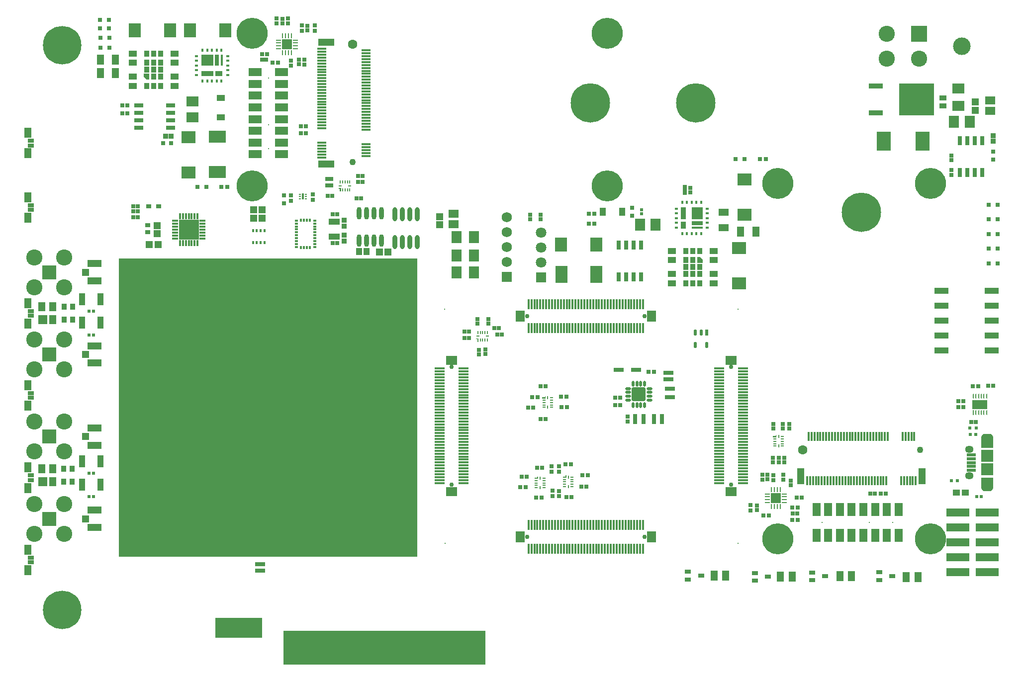
<source format=gts>
G04*
G04 #@! TF.GenerationSoftware,Altium Limited,Altium Designer,24.4.1 (13)*
G04*
G04 Layer_Color=8388736*
%FSLAX44Y44*%
%MOMM*%
G71*
G04*
G04 #@! TF.SameCoordinates,54A0BAA1-6D0C-43F7-A8F5-CCA505531DDE*
G04*
G04*
G04 #@! TF.FilePolarity,Negative*
G04*
G01*
G75*
%ADD47R,0.5321X1.0383*%
G04:AMPARAMS|DCode=48|XSize=1.0383mm|YSize=0.5321mm|CornerRadius=0.2661mm|HoleSize=0mm|Usage=FLASHONLY|Rotation=270.000|XOffset=0mm|YOffset=0mm|HoleType=Round|Shape=RoundedRectangle|*
%AMROUNDEDRECTD48*
21,1,1.0383,0.0000,0,0,270.0*
21,1,0.5061,0.5321,0,0,270.0*
1,1,0.5321,0.0000,-0.2531*
1,1,0.5321,0.0000,0.2531*
1,1,0.5321,0.0000,0.2531*
1,1,0.5321,0.0000,-0.2531*
%
%ADD48ROUNDEDRECTD48*%
%ADD54R,0.3500X0.5000*%
%ADD59R,0.9000X0.7500*%
%ADD63R,0.9000X0.8000*%
%ADD70R,1.1546X1.7062*%
%ADD71R,1.1000X1.3500*%
%ADD72R,1.9900X2.3300*%
%ADD73R,0.7393X0.6725*%
%ADD75R,0.9000X1.0000*%
%ADD76C,0.7413*%
%ADD77R,1.4000X1.0000*%
G04:AMPARAMS|DCode=78|XSize=1.55mm|YSize=0.6mm|CornerRadius=0.051mm|HoleSize=0mm|Usage=FLASHONLY|Rotation=90.000|XOffset=0mm|YOffset=0mm|HoleType=Round|Shape=RoundedRectangle|*
%AMROUNDEDRECTD78*
21,1,1.5500,0.4980,0,0,90.0*
21,1,1.4480,0.6000,0,0,90.0*
1,1,0.1020,0.2490,0.7240*
1,1,0.1020,0.2490,-0.7240*
1,1,0.1020,-0.2490,-0.7240*
1,1,0.1020,-0.2490,0.7240*
%
%ADD78ROUNDEDRECTD78*%
%ADD79R,0.6682X0.6725*%
%ADD80R,2.4000X3.3000*%
%ADD81R,0.5000X0.5000*%
%ADD82R,1.3061X1.0582*%
%ADD83R,0.4750X0.5000*%
%ADD84R,2.4400X1.1300*%
%ADD85R,0.2225X0.8397*%
G04:AMPARAMS|DCode=86|XSize=0.8397mm|YSize=0.2225mm|CornerRadius=0.1112mm|HoleSize=0mm|Usage=FLASHONLY|Rotation=90.000|XOffset=0mm|YOffset=0mm|HoleType=Round|Shape=RoundedRectangle|*
%AMROUNDEDRECTD86*
21,1,0.8397,0.0000,0,0,90.0*
21,1,0.6172,0.2225,0,0,90.0*
1,1,0.2225,0.0000,0.3086*
1,1,0.2225,0.0000,-0.3086*
1,1,0.2225,0.0000,-0.3086*
1,1,0.2225,0.0000,0.3086*
%
%ADD86ROUNDEDRECTD86*%
%ADD92R,1.9000X1.1000*%
%ADD93R,0.8890X1.2954*%
%ADD94R,0.8890X2.1082*%
%ADD95R,1.8796X2.1082*%
%ADD96R,1.8796X0.6604*%
%ADD97R,1.8796X0.3556*%
%ADD98R,0.3302X0.5080*%
%ADD99R,0.5080X0.3302*%
%ADD102R,5.9182X5.5118*%
%ADD103R,2.4892X0.9398*%
%ADD104R,3.0000X2.0000*%
%ADD105R,2.3300X1.9900*%
%ADD106R,0.3000X1.5500*%
%ADD107R,1.2000X2.7500*%
%ADD108R,0.8128X0.2540*%
%ADD109R,0.2540X0.8128*%
%ADD110R,1.8034X1.8034*%
%ADD111R,0.8000X0.8000*%
%ADD116R,0.5811X0.5121*%
G04:AMPARAMS|DCode=118|XSize=1.55mm|YSize=0.6mm|CornerRadius=0.051mm|HoleSize=0mm|Usage=FLASHONLY|Rotation=0.000|XOffset=0mm|YOffset=0mm|HoleType=Round|Shape=RoundedRectangle|*
%AMROUNDEDRECTD118*
21,1,1.5500,0.4980,0,0,0.0*
21,1,1.4480,0.6000,0,0,0.0*
1,1,0.1020,0.7240,-0.2490*
1,1,0.1020,-0.7240,-0.2490*
1,1,0.1020,-0.7240,0.2490*
1,1,0.1020,0.7240,0.2490*
%
%ADD118ROUNDEDRECTD118*%
%ADD120R,0.7000X0.7000*%
%ADD122R,0.7000X0.7000*%
%ADD125R,0.3700X0.2400*%
%ADD126R,0.4000X1.0800*%
%ADD131R,1.5500X0.3000*%
%ADD132R,2.7500X1.2000*%
%ADD133R,1.2954X0.8890*%
%ADD134R,2.1082X0.8890*%
%ADD135R,2.1082X1.8796*%
%ADD136R,0.6604X1.8796*%
%ADD137R,0.3556X1.8796*%
%ADD138R,0.7154X0.6725*%
%ADD139R,0.5121X0.5811*%
%ADD140R,1.7062X1.1546*%
%ADD141R,2.0000X3.0000*%
%ADD143R,1.3500X1.1000*%
%ADD144R,0.6725X0.7393*%
%ADD145R,0.6725X0.7154*%
%ADD148R,0.5250X0.4000*%
%ADD149R,0.5250X0.4000*%
%ADD150R,0.3000X0.5250*%
%ADD151R,0.3000X0.5250*%
%ADD152R,8.0000X3.4500*%
%ADD153R,34.4000X5.8500*%
%ADD154R,1.7531X0.4531*%
%ADD155R,1.9032X1.5532*%
%ADD156R,1.5532X1.9032*%
%ADD157R,0.4531X1.7531*%
%ADD158R,1.6532X1.3532*%
%ADD159R,1.1032X0.7032*%
%ADD160R,1.2032X0.9232*%
%ADD161R,0.9144X4.3942*%
%ADD162R,0.9144X3.4036*%
%ADD163R,1.1532X1.6532*%
%ADD164R,0.8532X0.8032*%
%ADD165R,1.0032X1.1532*%
%ADD166O,0.8032X2.4032*%
%ADD167O,0.8032X2.1032*%
%ADD168R,2.0032X0.4532*%
%ADD169R,1.2032X1.6032*%
%ADD170R,1.6032X1.6032*%
%ADD171R,1.3232X2.3082*%
%ADD172R,1.2532X1.2032*%
%ADD173R,2.4032X1.2532*%
%ADD174R,0.9032X1.1032*%
%ADD175R,1.1532X1.1532*%
%ADD176R,1.1032X0.4632*%
%ADD177R,0.4632X1.1032*%
%ADD178R,3.4532X3.4532*%
%ADD179R,1.0532X0.5032*%
%ADD180R,1.6532X2.1032*%
%ADD181R,1.7032X2.0532*%
%ADD182R,2.5500X1.6500*%
%ADD183R,0.6532X0.6532*%
%ADD184R,0.9232X0.9232*%
%ADD185R,3.8832X1.4732*%
G04:AMPARAMS|DCode=186|XSize=0.5032mm|YSize=0.9532mm|CornerRadius=0.1511mm|HoleSize=0mm|Usage=FLASHONLY|Rotation=180.000|XOffset=0mm|YOffset=0mm|HoleType=Round|Shape=RoundedRectangle|*
%AMROUNDEDRECTD186*
21,1,0.5032,0.6510,0,0,180.0*
21,1,0.2010,0.9532,0,0,180.0*
1,1,0.3022,-0.1005,0.3255*
1,1,0.3022,0.1005,0.3255*
1,1,0.3022,0.1005,-0.3255*
1,1,0.3022,-0.1005,-0.3255*
%
%ADD186ROUNDEDRECTD186*%
G04:AMPARAMS|DCode=187|XSize=0.5032mm|YSize=0.9532mm|CornerRadius=0.1511mm|HoleSize=0mm|Usage=FLASHONLY|Rotation=90.000|XOffset=0mm|YOffset=0mm|HoleType=Round|Shape=RoundedRectangle|*
%AMROUNDEDRECTD187*
21,1,0.5032,0.6510,0,0,90.0*
21,1,0.2010,0.9532,0,0,90.0*
1,1,0.3022,0.3255,0.1005*
1,1,0.3022,0.3255,-0.1005*
1,1,0.3022,-0.3255,-0.1005*
1,1,0.3022,-0.3255,0.1005*
%
%ADD187ROUNDEDRECTD187*%
G04:AMPARAMS|DCode=188|XSize=2.3032mm|YSize=2.3032mm|CornerRadius=0.1541mm|HoleSize=0mm|Usage=FLASHONLY|Rotation=90.000|XOffset=0mm|YOffset=0mm|HoleType=Round|Shape=RoundedRectangle|*
%AMROUNDEDRECTD188*
21,1,2.3032,1.9950,0,0,90.0*
21,1,1.9950,2.3032,0,0,90.0*
1,1,0.3082,0.9975,0.9975*
1,1,0.3082,0.9975,-0.9975*
1,1,0.3082,-0.9975,-0.9975*
1,1,0.3082,-0.9975,0.9975*
%
%ADD188ROUNDEDRECTD188*%
%ADD189R,2.1032X2.0032*%
%ADD190R,1.5532X0.6032*%
%ADD191C,0.1800*%
%ADD192R,0.6000X0.2000*%
%ADD193R,0.2000X0.6000*%
%ADD194R,1.0032X0.7032*%
%ADD195R,1.2032X1.7032*%
%ADD196R,0.6532X0.6532*%
%ADD197R,0.7532X0.7532*%
%ADD198R,0.8032X0.8532*%
%ADD199R,0.8832X0.8432*%
%ADD200R,1.2532X1.3032*%
%ADD201R,0.8432X0.8832*%
%ADD202R,1.3032X1.2532*%
%ADD203R,2.3082X1.3232*%
%ADD204R,0.7032X0.6532*%
%ADD205R,0.6000X0.2000*%
%ADD206R,0.2000X0.6000*%
%ADD207R,0.6532X0.7032*%
%ADD208R,0.7532X0.7532*%
%ADD209R,2.0532X1.7032*%
%ADD210R,2.1032X1.6532*%
%ADD211R,2.1032X1.7782*%
%ADD212R,2.4532X2.4532*%
%ADD213C,2.7532*%
%ADD214C,0.7534*%
%ADD215C,6.2992*%
%ADD216C,2.7432*%
%ADD217C,0.2032*%
%ADD218C,2.7500*%
%ADD219R,2.7500X2.7500*%
%ADD220C,2.9972*%
%ADD221C,1.7532*%
%ADD222R,1.7532X1.7532*%
%ADD223C,1.8032*%
%ADD224R,1.8032X1.8032*%
%ADD225O,2.1032X1.4032*%
%ADD226O,1.4532X1.2532*%
%ADD227C,1.1000*%
%ADD228C,1.6000*%
%ADD229C,6.7032*%
%ADD230C,6.5532*%
%ADD231R,0.2032X0.2032*%
%ADD232C,5.2832*%
G36*
X223500Y998000D02*
X219000D01*
X214500Y1002500D01*
Y1008000D01*
X223500D01*
Y998000D01*
D02*
G37*
G36*
X550000Y807500D02*
X548000D01*
Y812000D01*
X546000D01*
Y813500D01*
X550000D01*
Y807500D01*
D02*
G37*
G36*
X1165500Y691500D02*
Y686000D01*
X1156500D01*
Y696000D01*
X1161000D01*
X1165500Y691500D01*
D02*
G37*
G36*
X784000Y551500D02*
X782000D01*
Y556000D01*
X780000D01*
Y557500D01*
X784000D01*
Y551500D01*
D02*
G37*
G36*
X898500Y455000D02*
X892500D01*
Y457000D01*
X897000D01*
Y459000D01*
X898500D01*
Y455000D01*
D02*
G37*
G36*
X1291500Y389000D02*
X1285500D01*
Y391000D01*
X1290000D01*
Y393000D01*
X1291500D01*
Y389000D01*
D02*
G37*
G36*
X933500Y320000D02*
X927500D01*
Y322000D01*
X932000D01*
Y324000D01*
X933500D01*
Y320000D01*
D02*
G37*
G36*
X885500Y318000D02*
X879500D01*
Y320000D01*
X884000D01*
Y322000D01*
X885500D01*
Y318000D01*
D02*
G37*
G36*
X679500Y185500D02*
X172000D01*
Y693000D01*
X679500D01*
Y185500D01*
D02*
G37*
D47*
X1172383Y567662D02*
D03*
D48*
X1153382D02*
D03*
X1172383Y546338D02*
D03*
X1153382D02*
D03*
X1162883Y567662D02*
D03*
D54*
X413071Y720741D02*
D03*
X419571D02*
D03*
Y741241D02*
D03*
X413071D02*
D03*
X406571D02*
D03*
X400071D02*
D03*
X406571Y720741D02*
D03*
X400071D02*
D03*
D59*
X220853Y738025D02*
D03*
Y750025D02*
D03*
D63*
X239853Y782525D02*
D03*
X222853D02*
D03*
D70*
X1230484Y739000D02*
D03*
X1256000D02*
D03*
X140242Y1009000D02*
D03*
X165758D02*
D03*
X140242Y1032000D02*
D03*
X165758D02*
D03*
D71*
X1028500Y773000D02*
D03*
X995500D02*
D03*
D72*
X924800Y717000D02*
D03*
X985000D02*
D03*
X353100Y1082000D02*
D03*
X292900D02*
D03*
X259100Y1082000D02*
D03*
X198900D02*
D03*
D73*
X981027Y769500D02*
D03*
X971695D02*
D03*
D75*
X1137000Y691000D02*
D03*
X1149000D02*
D03*
X1137000Y667000D02*
D03*
X1149000D02*
D03*
X1161000D02*
D03*
X1137000Y679000D02*
D03*
X1149000D02*
D03*
X1161000D02*
D03*
Y651500D02*
D03*
X1149000D02*
D03*
X1137000D02*
D03*
Y706500D02*
D03*
X1149000D02*
D03*
X1161000D02*
D03*
X243000Y1003000D02*
D03*
Y1027000D02*
D03*
X231000D02*
D03*
X219000D02*
D03*
X243000Y1015000D02*
D03*
X219000D02*
D03*
Y1042500D02*
D03*
X231000D02*
D03*
X243000D02*
D03*
Y987500D02*
D03*
X231000D02*
D03*
X219000D02*
D03*
X231000Y1015000D02*
D03*
Y1003000D02*
D03*
D76*
X1160620Y690556D02*
D03*
X219380Y1003444D02*
D03*
D77*
X1113500Y651500D02*
D03*
Y667000D02*
D03*
Y691000D02*
D03*
Y706500D02*
D03*
X1184500Y667000D02*
D03*
Y651500D02*
D03*
Y691000D02*
D03*
Y706500D02*
D03*
X266500Y1042500D02*
D03*
Y1027000D02*
D03*
Y1003000D02*
D03*
Y987500D02*
D03*
X195500Y1027000D02*
D03*
Y1042500D02*
D03*
Y1003000D02*
D03*
Y987500D02*
D03*
D78*
X1022630Y662000D02*
D03*
X1035330D02*
D03*
X1060730Y716000D02*
D03*
X1048030D02*
D03*
X1035330D02*
D03*
X1022630D02*
D03*
X1048030Y662000D02*
D03*
X1060730D02*
D03*
X1642050Y840000D02*
D03*
X1629350D02*
D03*
X1603950Y894000D02*
D03*
X1616650D02*
D03*
X1629350D02*
D03*
X1642050D02*
D03*
X1616650Y840000D02*
D03*
X1603950D02*
D03*
D79*
X1262979Y863000D02*
D03*
X1273021D02*
D03*
X356021Y815000D02*
D03*
X345979D02*
D03*
D80*
X1474000Y893000D02*
D03*
X1540000D02*
D03*
D81*
X1631000Y394000D02*
D03*
X1621000D02*
D03*
X1589000Y315000D02*
D03*
X1599000D02*
D03*
D82*
X1597239Y295000D02*
D03*
X1612761D02*
D03*
D83*
X1620875Y405000D02*
D03*
X1631125D02*
D03*
D84*
X1658000Y536700D02*
D03*
Y562100D02*
D03*
Y587500D02*
D03*
Y612900D02*
D03*
Y638300D02*
D03*
X1572000D02*
D03*
Y612900D02*
D03*
Y587500D02*
D03*
Y562100D02*
D03*
Y536700D02*
D03*
D85*
X1626500Y430690D02*
D03*
D86*
X1631000D02*
D03*
X1635500D02*
D03*
X1640000D02*
D03*
X1644500D02*
D03*
X1649000D02*
D03*
Y459000D02*
D03*
X1644500D02*
D03*
X1640000D02*
D03*
X1635500D02*
D03*
X1631000D02*
D03*
X1626500D02*
D03*
D92*
X538591Y756000D02*
D03*
Y731000D02*
D03*
D93*
X1133000Y750250D02*
D03*
D94*
Y770250D02*
D03*
D95*
X1156100D02*
D03*
D96*
Y753650D02*
D03*
D97*
Y745550D02*
D03*
D98*
X1163000Y735834D02*
D03*
X1155000D02*
D03*
X1147000D02*
D03*
X1139000D02*
D03*
X1131000D02*
D03*
Y788666D02*
D03*
X1139000D02*
D03*
X1147000D02*
D03*
X1155000D02*
D03*
X1163000D02*
D03*
X346416Y995584D02*
D03*
X338416D02*
D03*
X330416D02*
D03*
X322416D02*
D03*
X314416D02*
D03*
Y1048416D02*
D03*
X322416D02*
D03*
X330416D02*
D03*
X338416D02*
D03*
X346416D02*
D03*
D99*
X1120584Y746250D02*
D03*
Y754250D02*
D03*
Y762250D02*
D03*
Y770250D02*
D03*
Y778250D02*
D03*
X1173416D02*
D03*
Y770250D02*
D03*
Y762250D02*
D03*
Y754250D02*
D03*
Y746250D02*
D03*
X356832Y1038000D02*
D03*
Y1030000D02*
D03*
Y1022000D02*
D03*
Y1014000D02*
D03*
Y1006000D02*
D03*
X304000D02*
D03*
Y1014000D02*
D03*
Y1022000D02*
D03*
Y1030000D02*
D03*
Y1038000D02*
D03*
D102*
X1529653Y964000D02*
D03*
D103*
X1460438Y941140D02*
D03*
Y986860D02*
D03*
D104*
X339124Y840590D02*
D03*
Y900590D02*
D03*
D105*
X1228000Y650900D02*
D03*
Y711100D02*
D03*
X1237000Y767900D02*
D03*
Y828100D02*
D03*
X290000Y900100D02*
D03*
Y839900D02*
D03*
D106*
X1528500Y315000D02*
D03*
X1523500D02*
D03*
X1518500D02*
D03*
X1513500D02*
D03*
X1508500D02*
D03*
X1503500D02*
D03*
X1526000Y390500D02*
D03*
X1521000D02*
D03*
X1516000D02*
D03*
X1511000D02*
D03*
X1506000D02*
D03*
X1478500Y315000D02*
D03*
X1476000Y390500D02*
D03*
X1473500Y315000D02*
D03*
X1471000Y390500D02*
D03*
X1468500Y315000D02*
D03*
X1466000Y390500D02*
D03*
X1463500Y315000D02*
D03*
X1461000Y390500D02*
D03*
X1458500Y315000D02*
D03*
X1456000Y390500D02*
D03*
X1453500Y315000D02*
D03*
X1451000Y390500D02*
D03*
X1448500Y315000D02*
D03*
X1446000Y390500D02*
D03*
X1443500Y315000D02*
D03*
X1441000Y390500D02*
D03*
X1438500Y315000D02*
D03*
X1436000Y390500D02*
D03*
X1433500Y315000D02*
D03*
X1431000Y390500D02*
D03*
X1428500Y315000D02*
D03*
X1426000Y390500D02*
D03*
X1423500Y315000D02*
D03*
X1421000Y390500D02*
D03*
X1418500Y315000D02*
D03*
X1416000Y390500D02*
D03*
X1413500Y315000D02*
D03*
X1411000Y390500D02*
D03*
X1408500Y315000D02*
D03*
X1406000Y390500D02*
D03*
X1403500Y315000D02*
D03*
X1401000Y390500D02*
D03*
X1398500Y315000D02*
D03*
X1396000Y390500D02*
D03*
X1393500Y315000D02*
D03*
X1391000Y390500D02*
D03*
X1388500Y315000D02*
D03*
X1386000Y390500D02*
D03*
X1383500Y315000D02*
D03*
X1381000Y390500D02*
D03*
X1378500Y315000D02*
D03*
X1376000Y390500D02*
D03*
X1373500Y315000D02*
D03*
X1371000Y390500D02*
D03*
X1368500Y315000D02*
D03*
X1366000Y390500D02*
D03*
X1363500Y315000D02*
D03*
X1361000Y390500D02*
D03*
X1358500Y315000D02*
D03*
X1356000Y390500D02*
D03*
X1353500Y315000D02*
D03*
X1351000Y390500D02*
D03*
X1348500Y315000D02*
D03*
X1346000Y390500D02*
D03*
X1343500Y315000D02*
D03*
X1481000Y390500D02*
D03*
D107*
X1539500Y322750D02*
D03*
X1332500D02*
D03*
D108*
X443522Y1065500D02*
D03*
Y1060500D02*
D03*
Y1055500D02*
D03*
Y1050500D02*
D03*
X472478D02*
D03*
Y1055500D02*
D03*
Y1060500D02*
D03*
Y1065500D02*
D03*
X1304478Y292500D02*
D03*
Y287500D02*
D03*
Y282500D02*
D03*
Y277500D02*
D03*
X1275522D02*
D03*
Y282500D02*
D03*
Y287500D02*
D03*
Y292500D02*
D03*
D109*
X450500Y1043522D02*
D03*
X455500D02*
D03*
X460500D02*
D03*
X465500D02*
D03*
Y1072478D02*
D03*
X460500D02*
D03*
X455500D02*
D03*
X450500D02*
D03*
X1282500Y299478D02*
D03*
X1287500D02*
D03*
X1292500D02*
D03*
X1297500D02*
D03*
Y270522D02*
D03*
X1292500D02*
D03*
X1287500D02*
D03*
X1282500D02*
D03*
D110*
X458000Y1058000D02*
D03*
X1290000Y285000D02*
D03*
D111*
X1652500Y785000D02*
D03*
X1667500D02*
D03*
Y735000D02*
D03*
X1652500D02*
D03*
X1667500Y710000D02*
D03*
X1652500D02*
D03*
X1667500Y685000D02*
D03*
X1652500D02*
D03*
X140000Y1100000D02*
D03*
X155000D02*
D03*
X1652500Y760000D02*
D03*
X1667500D02*
D03*
X1237000Y863000D02*
D03*
X1222000D02*
D03*
X305500Y815000D02*
D03*
X320500D02*
D03*
X155500Y1052000D02*
D03*
X140500D02*
D03*
X155500Y1069500D02*
D03*
X140500D02*
D03*
X155000Y1085000D02*
D03*
X140000D02*
D03*
D116*
X121345Y328000D02*
D03*
X128655D02*
D03*
Y563000D02*
D03*
X121345D02*
D03*
X128655Y288000D02*
D03*
X121345D02*
D03*
X128655Y604000D02*
D03*
X121345D02*
D03*
X1639655Y288000D02*
D03*
X1632345D02*
D03*
D118*
X205500Y954050D02*
D03*
Y941350D02*
D03*
X259500Y915950D02*
D03*
Y928650D02*
D03*
Y941350D02*
D03*
X205500Y928650D02*
D03*
Y915950D02*
D03*
X259500Y954050D02*
D03*
D120*
X247000Y890000D02*
D03*
X261000D02*
D03*
D122*
X1660000Y861870D02*
D03*
Y875870D02*
D03*
X1046000Y766000D02*
D03*
Y780000D02*
D03*
X453000Y787000D02*
D03*
Y801000D02*
D03*
D125*
X479850Y803026D02*
D03*
Y799026D02*
D03*
Y795026D02*
D03*
X490150D02*
D03*
Y799026D02*
D03*
Y803026D02*
D03*
D126*
X485000Y799026D02*
D03*
D131*
X592750Y913000D02*
D03*
X517250Y1050500D02*
D03*
X592750Y1048000D02*
D03*
X517250Y1045500D02*
D03*
X592750Y1043000D02*
D03*
X517250Y1040500D02*
D03*
X592750Y1038000D02*
D03*
X517250Y1035500D02*
D03*
X592750Y1033000D02*
D03*
X517250Y1030500D02*
D03*
X592750Y1028000D02*
D03*
X517250Y1025500D02*
D03*
X592750Y1023000D02*
D03*
X517250Y1020500D02*
D03*
X592750Y1018000D02*
D03*
X517250Y1015500D02*
D03*
X592750Y1013000D02*
D03*
X517250Y1010500D02*
D03*
X592750Y1008000D02*
D03*
X517250Y1005500D02*
D03*
X592750Y1003000D02*
D03*
X517250Y1000500D02*
D03*
X592750Y998000D02*
D03*
X517250Y995500D02*
D03*
X592750Y993000D02*
D03*
X517250Y990500D02*
D03*
X592750Y988000D02*
D03*
X517250Y985500D02*
D03*
X592750Y983000D02*
D03*
X517250Y980500D02*
D03*
X592750Y978000D02*
D03*
X517250Y975500D02*
D03*
X592750Y973000D02*
D03*
X517250Y970500D02*
D03*
X592750Y968000D02*
D03*
X517250Y965500D02*
D03*
X592750Y963000D02*
D03*
X517250Y960500D02*
D03*
X592750Y958000D02*
D03*
X517250Y955500D02*
D03*
X592750Y953000D02*
D03*
X517250Y950500D02*
D03*
X592750Y948000D02*
D03*
X517250Y945500D02*
D03*
X592750Y943000D02*
D03*
X517250Y940500D02*
D03*
X592750Y938000D02*
D03*
X517250Y935500D02*
D03*
X592750Y933000D02*
D03*
X517250Y930500D02*
D03*
X592750Y928000D02*
D03*
X517250Y925500D02*
D03*
X592750Y923000D02*
D03*
X517250Y920500D02*
D03*
X592750Y918000D02*
D03*
X517250Y915500D02*
D03*
X592750Y888000D02*
D03*
Y883000D02*
D03*
Y878000D02*
D03*
Y873000D02*
D03*
Y868000D02*
D03*
X517250Y890500D02*
D03*
Y885500D02*
D03*
Y880500D02*
D03*
Y875500D02*
D03*
Y870500D02*
D03*
Y865500D02*
D03*
D132*
X525000Y1061500D02*
D03*
Y854500D02*
D03*
D133*
X342416Y1008000D02*
D03*
D134*
X322416D02*
D03*
D135*
Y1031100D02*
D03*
D136*
X339016D02*
D03*
D137*
X347116D02*
D03*
D138*
X981146Y752500D02*
D03*
X971575D02*
D03*
D139*
X1062000Y769345D02*
D03*
Y776655D02*
D03*
D140*
X1201000Y771758D02*
D03*
Y746242D02*
D03*
D141*
X925000Y666000D02*
D03*
X985000D02*
D03*
D143*
X345000Y966500D02*
D03*
Y933500D02*
D03*
D144*
X502000Y802666D02*
D03*
Y793334D02*
D03*
D145*
X465000Y791214D02*
D03*
Y800786D02*
D03*
D148*
X473966Y758000D02*
D03*
X473966Y748000D02*
D03*
X473966Y738000D02*
D03*
Y733000D02*
D03*
X473966Y723000D02*
D03*
X473966Y713000D02*
D03*
X505216Y758000D02*
D03*
X505216Y748000D02*
D03*
X505216Y738000D02*
D03*
Y733000D02*
D03*
X505216Y723000D02*
D03*
X505216Y713000D02*
D03*
D149*
X473966Y753000D02*
D03*
Y743000D02*
D03*
Y728000D02*
D03*
Y718000D02*
D03*
X505216Y753000D02*
D03*
Y743000D02*
D03*
Y728000D02*
D03*
Y718000D02*
D03*
D150*
X497091Y758625D02*
D03*
X482091D02*
D03*
Y712375D02*
D03*
X497091D02*
D03*
D151*
X492091Y758625D02*
D03*
X487091D02*
D03*
X487091Y712375D02*
D03*
X492091D02*
D03*
D152*
X376000Y64626D02*
D03*
D153*
X624000Y30626D02*
D03*
D154*
X1234624Y315932D02*
D03*
X1194126Y450930D02*
D03*
Y315932D02*
D03*
Y310930D02*
D03*
X1234624D02*
D03*
Y335932D02*
D03*
Y360930D02*
D03*
Y385932D02*
D03*
Y410930D02*
D03*
Y435931D02*
D03*
Y460930D02*
D03*
Y485931D02*
D03*
X1194126Y335932D02*
D03*
Y360930D02*
D03*
Y385932D02*
D03*
Y410930D02*
D03*
Y435931D02*
D03*
Y460930D02*
D03*
Y485931D02*
D03*
Y320930D02*
D03*
X1234624D02*
D03*
X1194126Y455931D02*
D03*
X1234624Y420930D02*
D03*
Y405932D02*
D03*
X1194126Y465931D02*
D03*
X1234624Y505931D02*
D03*
X1194126Y480930D02*
D03*
Y505931D02*
D03*
Y490930D02*
D03*
X1234624Y390930D02*
D03*
Y425932D02*
D03*
Y500930D02*
D03*
X1194126Y495931D02*
D03*
X1234624Y395932D02*
D03*
Y480930D02*
D03*
Y465931D02*
D03*
Y490930D02*
D03*
Y415932D02*
D03*
Y400930D02*
D03*
Y430930D02*
D03*
Y445931D02*
D03*
Y450930D02*
D03*
Y475931D02*
D03*
Y440930D02*
D03*
X1194126Y500930D02*
D03*
X1234624Y495931D02*
D03*
X1194126Y475931D02*
D03*
X1234624Y375932D02*
D03*
Y380930D02*
D03*
Y470930D02*
D03*
Y455931D02*
D03*
X1194126Y440930D02*
D03*
Y445931D02*
D03*
X1234624Y345932D02*
D03*
X1194126Y405932D02*
D03*
Y395932D02*
D03*
X1234624Y330930D02*
D03*
X1194126Y420930D02*
D03*
Y380930D02*
D03*
Y370930D02*
D03*
Y350930D02*
D03*
X1234624Y340930D02*
D03*
Y365932D02*
D03*
X1194126Y415932D02*
D03*
Y470930D02*
D03*
Y340930D02*
D03*
Y330930D02*
D03*
X1234624Y325932D02*
D03*
Y355932D02*
D03*
Y370930D02*
D03*
Y350930D02*
D03*
X1194126Y390930D02*
D03*
Y400930D02*
D03*
Y345932D02*
D03*
Y375932D02*
D03*
Y355932D02*
D03*
Y325932D02*
D03*
Y365932D02*
D03*
Y430930D02*
D03*
Y425932D02*
D03*
X717899Y500955D02*
D03*
X758397Y365956D02*
D03*
Y500955D02*
D03*
Y505956D02*
D03*
X717899D02*
D03*
Y480955D02*
D03*
Y455956D02*
D03*
Y430955D02*
D03*
Y405956D02*
D03*
Y380955D02*
D03*
Y355956D02*
D03*
Y330955D02*
D03*
X758397Y480955D02*
D03*
Y455956D02*
D03*
Y430955D02*
D03*
Y405956D02*
D03*
Y380955D02*
D03*
Y355956D02*
D03*
Y330955D02*
D03*
Y495956D02*
D03*
X717899D02*
D03*
X758397Y360955D02*
D03*
X717899Y395956D02*
D03*
Y410955D02*
D03*
X758397Y350955D02*
D03*
X717899Y310955D02*
D03*
X758397Y335956D02*
D03*
Y310955D02*
D03*
Y325956D02*
D03*
X717899Y425956D02*
D03*
Y390955D02*
D03*
Y315956D02*
D03*
X758397Y320955D02*
D03*
X717899Y420955D02*
D03*
Y335956D02*
D03*
Y350955D02*
D03*
Y325956D02*
D03*
Y400955D02*
D03*
Y415956D02*
D03*
Y385956D02*
D03*
Y370955D02*
D03*
Y365956D02*
D03*
Y340955D02*
D03*
Y375956D02*
D03*
X758397Y315956D02*
D03*
X717899Y320955D02*
D03*
X758397Y340955D02*
D03*
X717899Y440955D02*
D03*
Y435956D02*
D03*
Y345956D02*
D03*
Y360955D02*
D03*
X758397Y375956D02*
D03*
Y370955D02*
D03*
X717899Y470955D02*
D03*
X758397Y410955D02*
D03*
Y420955D02*
D03*
X717899Y485956D02*
D03*
X758397Y395956D02*
D03*
Y435956D02*
D03*
Y445956D02*
D03*
Y465956D02*
D03*
X717899Y475956D02*
D03*
Y450955D02*
D03*
X758397Y400955D02*
D03*
Y345956D02*
D03*
Y475956D02*
D03*
Y485956D02*
D03*
X717899Y490955D02*
D03*
Y460955D02*
D03*
Y445956D02*
D03*
Y465956D02*
D03*
X758397Y425956D02*
D03*
Y415956D02*
D03*
Y470955D02*
D03*
Y440955D02*
D03*
Y460955D02*
D03*
Y490955D02*
D03*
Y450955D02*
D03*
Y385956D02*
D03*
Y390955D02*
D03*
D155*
X1214261Y296693D02*
D03*
Y520193D02*
D03*
X738261D02*
D03*
Y296693D02*
D03*
D156*
X855011Y595193D02*
D03*
X1078511D02*
D03*
Y219193D02*
D03*
X855011D02*
D03*
D157*
X949273Y575058D02*
D03*
X944274D02*
D03*
X1009273D02*
D03*
X1049273D02*
D03*
X1019273D02*
D03*
X999273D02*
D03*
X1029273D02*
D03*
X974274D02*
D03*
X984274D02*
D03*
X1024274Y615556D02*
D03*
X1004274D02*
D03*
X1019273D02*
D03*
X1049273D02*
D03*
X1044274Y575058D02*
D03*
X1034274D02*
D03*
X904275D02*
D03*
X959273D02*
D03*
X1009273Y615556D02*
D03*
X1034274D02*
D03*
X1024274Y575058D02*
D03*
X1004274D02*
D03*
X994274D02*
D03*
X954274D02*
D03*
X1044274Y615556D02*
D03*
X979273Y575058D02*
D03*
X969273D02*
D03*
X1029273Y615556D02*
D03*
X929273Y575058D02*
D03*
X934274D02*
D03*
X919273Y615556D02*
D03*
X904275D02*
D03*
X994274D02*
D03*
X999273D02*
D03*
X899273Y575058D02*
D03*
X879273Y615556D02*
D03*
X874275Y575058D02*
D03*
X934274Y615556D02*
D03*
X899273D02*
D03*
X924274D02*
D03*
X929273D02*
D03*
X944274D02*
D03*
X974274D02*
D03*
X959273D02*
D03*
X884275D02*
D03*
X909273D02*
D03*
X894275D02*
D03*
X979273D02*
D03*
X879273Y575058D02*
D03*
X874275Y615556D02*
D03*
X949273D02*
D03*
X984274D02*
D03*
X884275Y575058D02*
D03*
X869273D02*
D03*
X894275D02*
D03*
X869273Y615556D02*
D03*
X909273Y575058D02*
D03*
X969273Y615556D02*
D03*
X954274D02*
D03*
X919273Y575058D02*
D03*
X1054274Y615556D02*
D03*
Y575058D02*
D03*
X889273D02*
D03*
X914274D02*
D03*
X939273D02*
D03*
X964274D02*
D03*
X989273D02*
D03*
X1014274D02*
D03*
X1039273D02*
D03*
X889273Y615556D02*
D03*
X914274D02*
D03*
X939273D02*
D03*
X964274D02*
D03*
X989273D02*
D03*
X1014274D02*
D03*
X1039273D02*
D03*
X1064274D02*
D03*
Y575058D02*
D03*
X1059273D02*
D03*
X924274D02*
D03*
X1059273Y615556D02*
D03*
X984249Y239329D02*
D03*
X989248D02*
D03*
X924250D02*
D03*
X884250D02*
D03*
X914250D02*
D03*
X934250D02*
D03*
X904250D02*
D03*
X959248D02*
D03*
X949248D02*
D03*
X909248Y198831D02*
D03*
X929248D02*
D03*
X914250D02*
D03*
X884250D02*
D03*
X889249Y239329D02*
D03*
X899248D02*
D03*
X1029248D02*
D03*
X974250D02*
D03*
X924250Y198831D02*
D03*
X899248D02*
D03*
X909248Y239329D02*
D03*
X929248D02*
D03*
X939248D02*
D03*
X979248D02*
D03*
X889249Y198831D02*
D03*
X954250Y239329D02*
D03*
X964250D02*
D03*
X904250Y198831D02*
D03*
X1004249Y239329D02*
D03*
X999248D02*
D03*
X1014249Y198831D02*
D03*
X1029248D02*
D03*
X939248D02*
D03*
X934250D02*
D03*
X1034249Y239329D02*
D03*
X1054249Y198831D02*
D03*
X1059248Y239329D02*
D03*
X999248Y198831D02*
D03*
X1034249D02*
D03*
X1009248D02*
D03*
X1004249D02*
D03*
X989248D02*
D03*
X959248D02*
D03*
X974250D02*
D03*
X1049248D02*
D03*
X1024249D02*
D03*
X1039248D02*
D03*
X954250D02*
D03*
X1054249Y239329D02*
D03*
X1059248Y198831D02*
D03*
X984249D02*
D03*
X949248D02*
D03*
X1049248Y239329D02*
D03*
X1064249D02*
D03*
X1039248D02*
D03*
X1064249Y198831D02*
D03*
X1024249Y239329D02*
D03*
X964250Y198831D02*
D03*
X979248D02*
D03*
X1014249Y239329D02*
D03*
X879249Y198831D02*
D03*
Y239329D02*
D03*
X1044249D02*
D03*
X1019248D02*
D03*
X994249D02*
D03*
X969248D02*
D03*
X944250D02*
D03*
X919248D02*
D03*
X894250D02*
D03*
X1044249Y198831D02*
D03*
X1019248D02*
D03*
X994249D02*
D03*
X969248D02*
D03*
X944250D02*
D03*
X919248D02*
D03*
X894250D02*
D03*
X869249D02*
D03*
Y239329D02*
D03*
X874250D02*
D03*
X1009248D02*
D03*
X874250Y198831D02*
D03*
D158*
X741638Y751500D02*
D03*
Y769500D02*
D03*
X1655000Y963000D02*
D03*
Y945000D02*
D03*
D159*
X1351950Y158507D02*
D03*
Y145507D02*
D03*
X1374450Y152007D02*
D03*
X1163110Y153186D02*
D03*
X1140610Y146686D02*
D03*
Y159686D02*
D03*
X1276860Y151186D02*
D03*
X1254360Y144686D02*
D03*
Y157686D02*
D03*
X1488700Y152507D02*
D03*
X1466200Y146007D02*
D03*
Y159007D02*
D03*
D160*
X1575000Y953100D02*
D03*
Y966900D02*
D03*
D161*
X649000Y37376D02*
D03*
X629000D02*
D03*
X599000D02*
D03*
X719000D02*
D03*
X489000D02*
D03*
X519000D02*
D03*
X679000D02*
D03*
X689000D02*
D03*
X729000D02*
D03*
X759000D02*
D03*
X559000D02*
D03*
X509000D02*
D03*
X499000D02*
D03*
X769000D02*
D03*
X589000D02*
D03*
X539000D02*
D03*
X549000D02*
D03*
X609000D02*
D03*
X619000D02*
D03*
X659000D02*
D03*
X669000D02*
D03*
X699000D02*
D03*
X709000D02*
D03*
X739000D02*
D03*
X749000D02*
D03*
X639000D02*
D03*
X529000D02*
D03*
X459000D02*
D03*
X469000D02*
D03*
X479000D02*
D03*
X789000D02*
D03*
D162*
X779000Y42329D02*
D03*
D163*
X1419200Y152007D02*
D03*
X1399200D02*
D03*
X1297860Y151186D02*
D03*
X1317860D02*
D03*
X1184860Y153186D02*
D03*
X1204860D02*
D03*
X1512200Y151007D02*
D03*
X1532200D02*
D03*
D164*
X416250Y162000D02*
D03*
X407750D02*
D03*
X416250Y173000D02*
D03*
X407750D02*
D03*
X1056250Y504000D02*
D03*
X1047750D02*
D03*
X1105750Y472000D02*
D03*
X1114250D02*
D03*
X1105750Y457000D02*
D03*
X1114250D02*
D03*
X1102750Y499000D02*
D03*
X1111250D02*
D03*
X1102750Y488000D02*
D03*
X1111250D02*
D03*
X1027250Y504000D02*
D03*
X1018750D02*
D03*
D165*
X580750Y705000D02*
D03*
X593250D02*
D03*
D166*
X680050Y769000D02*
D03*
X667350D02*
D03*
X654650D02*
D03*
X641950D02*
D03*
X680050Y721000D02*
D03*
X667350D02*
D03*
X654650D02*
D03*
X641950D02*
D03*
D167*
X619050Y770500D02*
D03*
X606350D02*
D03*
X593650D02*
D03*
X580950D02*
D03*
X619050Y723500D02*
D03*
X606350D02*
D03*
X593650D02*
D03*
X580950D02*
D03*
D168*
X606350Y460913D02*
D03*
X646350D02*
D03*
Y455833D02*
D03*
X606350D02*
D03*
X646350Y450753D02*
D03*
X606350D02*
D03*
X646350Y445673D02*
D03*
X606350D02*
D03*
X646350Y440593D02*
D03*
X606350D02*
D03*
X646350Y435513D02*
D03*
X606350D02*
D03*
X646350Y430433D02*
D03*
X606350D02*
D03*
X646350Y425353D02*
D03*
X606350D02*
D03*
X646350Y420273D02*
D03*
X606350D02*
D03*
X646350Y415193D02*
D03*
X606350D02*
D03*
Y460913D02*
D03*
X646350D02*
D03*
Y455833D02*
D03*
X606350D02*
D03*
X646350Y450753D02*
D03*
X606350D02*
D03*
X646350Y445673D02*
D03*
X606350D02*
D03*
X646350Y440593D02*
D03*
X606350D02*
D03*
X646350Y435513D02*
D03*
X606350D02*
D03*
X646350Y430433D02*
D03*
X606350D02*
D03*
X646350Y425353D02*
D03*
X606350D02*
D03*
X646350Y420273D02*
D03*
X606350D02*
D03*
X646350Y415193D02*
D03*
X606350D02*
D03*
D169*
X40500Y335000D02*
D03*
X59500D02*
D03*
Y313000D02*
D03*
Y589000D02*
D03*
Y611000D02*
D03*
X40500D02*
D03*
D170*
X42500Y313000D02*
D03*
Y589000D02*
D03*
D171*
X1439376Y266000D02*
D03*
X1459376D02*
D03*
X1479376D02*
D03*
X1499376D02*
D03*
X1439376Y221550D02*
D03*
X1479376D02*
D03*
X1459376D02*
D03*
X1499376D02*
D03*
X1359376Y266000D02*
D03*
X1459376D02*
D03*
X1479376D02*
D03*
X1499376D02*
D03*
X1439376Y221550D02*
D03*
X1479376D02*
D03*
X1459376D02*
D03*
X1499376D02*
D03*
X1359376D02*
D03*
X1419376D02*
D03*
X1399376D02*
D03*
X1379376D02*
D03*
X1439376Y266000D02*
D03*
X1419376D02*
D03*
X1399376D02*
D03*
X1379376D02*
D03*
D172*
X114750Y250000D02*
D03*
Y530000D02*
D03*
Y390000D02*
D03*
Y670000D02*
D03*
D173*
X130000Y235250D02*
D03*
Y264750D02*
D03*
Y515250D02*
D03*
Y544750D02*
D03*
Y404750D02*
D03*
Y375250D02*
D03*
Y684750D02*
D03*
Y655250D02*
D03*
D174*
X78000Y313000D02*
D03*
X92000D02*
D03*
X79000Y589000D02*
D03*
X93000D02*
D03*
X92000Y335000D02*
D03*
X78000D02*
D03*
X79000Y611000D02*
D03*
X93000D02*
D03*
D175*
X238353Y717525D02*
D03*
X223353D02*
D03*
D176*
X267603Y727525D02*
D03*
Y732525D02*
D03*
Y757525D02*
D03*
Y752525D02*
D03*
Y747525D02*
D03*
Y742525D02*
D03*
Y737525D02*
D03*
X314103Y727525D02*
D03*
Y732525D02*
D03*
Y737525D02*
D03*
Y742525D02*
D03*
Y747525D02*
D03*
Y752525D02*
D03*
Y757525D02*
D03*
D177*
X275853Y719275D02*
D03*
X280853D02*
D03*
X285853D02*
D03*
X290853D02*
D03*
X295853D02*
D03*
X300853D02*
D03*
X305853D02*
D03*
X305853Y765775D02*
D03*
X300853D02*
D03*
X295853D02*
D03*
X290853D02*
D03*
X285853D02*
D03*
X280853D02*
D03*
X275853D02*
D03*
D178*
X290853Y742525D02*
D03*
D179*
X140750Y300500D02*
D03*
Y305500D02*
D03*
Y310500D02*
D03*
Y315500D02*
D03*
X109250D02*
D03*
Y310500D02*
D03*
Y305500D02*
D03*
Y300500D02*
D03*
Y616500D02*
D03*
Y621500D02*
D03*
Y626500D02*
D03*
Y631500D02*
D03*
X140750D02*
D03*
Y626500D02*
D03*
Y621500D02*
D03*
Y616500D02*
D03*
Y576500D02*
D03*
Y581500D02*
D03*
Y586500D02*
D03*
Y591500D02*
D03*
X109250D02*
D03*
Y586500D02*
D03*
Y581500D02*
D03*
Y576500D02*
D03*
X140750Y340500D02*
D03*
Y345500D02*
D03*
Y350500D02*
D03*
Y355500D02*
D03*
X109250D02*
D03*
Y350500D02*
D03*
Y345500D02*
D03*
Y340500D02*
D03*
D180*
X746750Y669500D02*
D03*
X776250D02*
D03*
X746750Y729500D02*
D03*
X776250D02*
D03*
Y698500D02*
D03*
X746750D02*
D03*
D181*
X1058750Y751000D02*
D03*
X1085250D02*
D03*
X1593750Y926000D02*
D03*
X1620250D02*
D03*
D182*
X1637750Y444845D02*
D03*
D183*
X204353Y763525D02*
D03*
X196353D02*
D03*
X178000Y941000D02*
D03*
X186000D02*
D03*
X178000Y954000D02*
D03*
X186000D02*
D03*
X204353Y773525D02*
D03*
X196353D02*
D03*
X204353Y782525D02*
D03*
X196353D02*
D03*
X482000Y919000D02*
D03*
X490000D02*
D03*
X1459000Y293000D02*
D03*
X1451000D02*
D03*
X482000Y907000D02*
D03*
X490000D02*
D03*
X1469000Y293000D02*
D03*
X1477000D02*
D03*
X535591Y719500D02*
D03*
X543591D02*
D03*
X535591Y768500D02*
D03*
X543591D02*
D03*
D184*
X555591Y748400D02*
D03*
Y758600D02*
D03*
Y733600D02*
D03*
Y723400D02*
D03*
D185*
X1600250Y260800D02*
D03*
Y235400D02*
D03*
Y210000D02*
D03*
Y184600D02*
D03*
Y159200D02*
D03*
X1649750D02*
D03*
Y260800D02*
D03*
Y235400D02*
D03*
Y210000D02*
D03*
Y184600D02*
D03*
D186*
X1047250Y443750D02*
D03*
X1053750D02*
D03*
X1060250D02*
D03*
X1066750D02*
D03*
Y480250D02*
D03*
X1060250D02*
D03*
X1053750D02*
D03*
X1047250D02*
D03*
D187*
X1075250Y452250D02*
D03*
Y458750D02*
D03*
Y465250D02*
D03*
Y471750D02*
D03*
X1038750D02*
D03*
Y465250D02*
D03*
Y458750D02*
D03*
Y452250D02*
D03*
D188*
X1057000Y462000D02*
D03*
D189*
X1650000Y357250D02*
D03*
Y334250D02*
D03*
D190*
X1623250Y332750D02*
D03*
Y339250D02*
D03*
Y358750D02*
D03*
Y345750D02*
D03*
Y352250D02*
D03*
D191*
X549000Y812500D02*
D03*
X1290500Y390000D02*
D03*
X783000Y556500D02*
D03*
X897500Y456000D02*
D03*
X932500Y321000D02*
D03*
X884500Y319000D02*
D03*
D192*
X549000Y817000D02*
D03*
X565000D02*
D03*
X783000Y561000D02*
D03*
X799000D02*
D03*
D193*
X553000Y810500D02*
D03*
X557000D02*
D03*
X561000D02*
D03*
X565000D02*
D03*
Y823500D02*
D03*
X561000D02*
D03*
X557000D02*
D03*
X553000D02*
D03*
X549000D02*
D03*
X787000Y554500D02*
D03*
X791000D02*
D03*
X795000D02*
D03*
X799000D02*
D03*
Y567500D02*
D03*
X795000D02*
D03*
X791000D02*
D03*
X787000D02*
D03*
X783000D02*
D03*
D194*
X22000Y464000D02*
D03*
Y456000D02*
D03*
Y184000D02*
D03*
Y176000D02*
D03*
Y324000D02*
D03*
Y316000D02*
D03*
Y604000D02*
D03*
Y596000D02*
D03*
Y784000D02*
D03*
Y776000D02*
D03*
Y894000D02*
D03*
Y886000D02*
D03*
D195*
X17000Y477500D02*
D03*
Y442500D02*
D03*
Y197500D02*
D03*
Y162500D02*
D03*
Y337500D02*
D03*
Y302500D02*
D03*
Y617500D02*
D03*
Y582500D02*
D03*
Y797500D02*
D03*
Y762500D02*
D03*
Y907500D02*
D03*
Y872500D02*
D03*
D196*
X890000Y760000D02*
D03*
Y768000D02*
D03*
X872000Y760000D02*
D03*
Y768000D02*
D03*
X1589000Y861000D02*
D03*
Y869000D02*
D03*
Y844000D02*
D03*
Y836000D02*
D03*
X1145000Y806000D02*
D03*
Y814000D02*
D03*
D197*
X1267000Y325500D02*
D03*
Y316500D02*
D03*
X1038000Y424500D02*
D03*
Y415500D02*
D03*
X460000Y1102500D02*
D03*
Y1093500D02*
D03*
X1247000Y273500D02*
D03*
Y264500D02*
D03*
X1286000Y315500D02*
D03*
Y324500D02*
D03*
X1303000Y316500D02*
D03*
Y325500D02*
D03*
X440000Y1093500D02*
D03*
Y1102500D02*
D03*
X488000Y1032500D02*
D03*
Y1023500D02*
D03*
X483000Y1081500D02*
D03*
Y1090500D02*
D03*
X465000Y1030500D02*
D03*
Y1021500D02*
D03*
X505000Y1081500D02*
D03*
Y1090500D02*
D03*
X921000Y339500D02*
D03*
Y330500D02*
D03*
Y288500D02*
D03*
Y297500D02*
D03*
X908000Y339500D02*
D03*
Y330500D02*
D03*
X910000Y289000D02*
D03*
Y298000D02*
D03*
D198*
X1135000Y805750D02*
D03*
Y814250D02*
D03*
X1065000Y424250D02*
D03*
Y415750D02*
D03*
X1051000Y424250D02*
D03*
Y415750D02*
D03*
X1096000Y424250D02*
D03*
Y415750D02*
D03*
X1083000Y424250D02*
D03*
Y415750D02*
D03*
D199*
X260400Y902000D02*
D03*
X251600D02*
D03*
D200*
X615750Y704250D02*
D03*
X629750D02*
D03*
X401447Y761987D02*
D03*
X415448D02*
D03*
X401286Y776425D02*
D03*
X415286D02*
D03*
D201*
X1660000Y893600D02*
D03*
Y902400D02*
D03*
D202*
X237353Y749525D02*
D03*
Y735525D02*
D03*
X717827Y764735D02*
D03*
Y750735D02*
D03*
X1630000Y960000D02*
D03*
Y946000D02*
D03*
D203*
X448500Y990876D02*
D03*
Y970876D02*
D03*
Y950876D02*
D03*
Y930876D02*
D03*
X404050Y990876D02*
D03*
Y970876D02*
D03*
Y950876D02*
D03*
Y1010876D02*
D03*
Y870876D02*
D03*
Y910876D02*
D03*
Y890876D02*
D03*
Y930876D02*
D03*
X448500Y870876D02*
D03*
Y890876D02*
D03*
Y910876D02*
D03*
Y1010876D02*
D03*
Y930876D02*
D03*
Y910876D02*
D03*
Y890876D02*
D03*
Y870876D02*
D03*
X404050Y930876D02*
D03*
Y890876D02*
D03*
Y910876D02*
D03*
Y870876D02*
D03*
D204*
X415250Y1032000D02*
D03*
X422750D02*
D03*
X1319250Y259000D02*
D03*
X1326750D02*
D03*
X526250Y829000D02*
D03*
X533750D02*
D03*
X527250Y800000D02*
D03*
X534750D02*
D03*
X586750Y834000D02*
D03*
X579250D02*
D03*
X583750Y796000D02*
D03*
X576250D02*
D03*
X533750Y818000D02*
D03*
X526250D02*
D03*
X579250Y824000D02*
D03*
X586750D02*
D03*
X1623250Y415000D02*
D03*
X1630750D02*
D03*
X823750Y564000D02*
D03*
X816250D02*
D03*
X818750Y575000D02*
D03*
X811250D02*
D03*
X760250Y569000D02*
D03*
X767750D02*
D03*
X760250Y558000D02*
D03*
X767750D02*
D03*
D205*
X1301500Y390000D02*
D03*
Y386000D02*
D03*
Y382000D02*
D03*
Y378000D02*
D03*
Y374000D02*
D03*
X1288500D02*
D03*
Y378000D02*
D03*
Y382000D02*
D03*
Y386000D02*
D03*
X908500Y456000D02*
D03*
Y452000D02*
D03*
Y448000D02*
D03*
Y444000D02*
D03*
Y440000D02*
D03*
X895500D02*
D03*
Y444000D02*
D03*
Y448000D02*
D03*
Y452000D02*
D03*
X943500Y321000D02*
D03*
Y317000D02*
D03*
Y313000D02*
D03*
Y309000D02*
D03*
Y305000D02*
D03*
X930500D02*
D03*
Y309000D02*
D03*
Y313000D02*
D03*
Y317000D02*
D03*
X895500Y319000D02*
D03*
Y315000D02*
D03*
Y311000D02*
D03*
Y307000D02*
D03*
Y303000D02*
D03*
X882500D02*
D03*
Y307000D02*
D03*
Y311000D02*
D03*
Y315000D02*
D03*
D206*
X1295000Y374000D02*
D03*
Y390000D02*
D03*
X902000Y440000D02*
D03*
Y456000D02*
D03*
X937000Y305000D02*
D03*
Y321000D02*
D03*
X889000Y303000D02*
D03*
Y319000D02*
D03*
D207*
X1295000Y353750D02*
D03*
Y346250D02*
D03*
X1302000Y404250D02*
D03*
Y411750D02*
D03*
X1285000Y346250D02*
D03*
Y353750D02*
D03*
X1305000Y346250D02*
D03*
Y353750D02*
D03*
X1286000Y411750D02*
D03*
Y404250D02*
D03*
X1313000Y411750D02*
D03*
Y404250D02*
D03*
X1258000Y272750D02*
D03*
Y265250D02*
D03*
X1316000Y307250D02*
D03*
Y314750D02*
D03*
X1276000Y317250D02*
D03*
Y324750D02*
D03*
X450000Y1094250D02*
D03*
Y1101750D02*
D03*
X493000Y1082250D02*
D03*
Y1089750D02*
D03*
X478000Y1031750D02*
D03*
Y1024250D02*
D03*
X796000Y538250D02*
D03*
Y530750D02*
D03*
X801000Y582250D02*
D03*
Y589750D02*
D03*
X785000Y537750D02*
D03*
Y530250D02*
D03*
X782000Y582250D02*
D03*
Y589750D02*
D03*
D208*
X1325500Y286000D02*
D03*
X1334500D02*
D03*
X1318500Y248000D02*
D03*
X1327500D02*
D03*
X1318500Y269000D02*
D03*
X1327500D02*
D03*
X1278500Y256000D02*
D03*
X1269500D02*
D03*
X442500Y1027000D02*
D03*
X433500D02*
D03*
X424500Y1041000D02*
D03*
X415500D02*
D03*
X868500Y439000D02*
D03*
X877500D02*
D03*
X1016500Y456000D02*
D03*
X1025500D02*
D03*
X1016500Y444000D02*
D03*
X1025500D02*
D03*
X1082500Y500000D02*
D03*
X1073500D02*
D03*
X933500Y458000D02*
D03*
X924500D02*
D03*
X889500Y420000D02*
D03*
X898500D02*
D03*
X889500Y476000D02*
D03*
X898500D02*
D03*
X934500Y440000D02*
D03*
X925500D02*
D03*
X875500Y457000D02*
D03*
X884500D02*
D03*
X932500Y343000D02*
D03*
X941500D02*
D03*
X933500Y287000D02*
D03*
X942500D02*
D03*
X883500Y337000D02*
D03*
X892500D02*
D03*
X882500Y286000D02*
D03*
X891500D02*
D03*
X1600750Y450000D02*
D03*
X1609750D02*
D03*
X970000Y324000D02*
D03*
X961000D02*
D03*
X968000Y305000D02*
D03*
X959000D02*
D03*
X857500Y322000D02*
D03*
X866500D02*
D03*
X855500Y304000D02*
D03*
X864500D02*
D03*
X1600750Y440000D02*
D03*
X1609750D02*
D03*
X1634500Y476000D02*
D03*
X1625500D02*
D03*
X1651500Y477000D02*
D03*
X1660500D02*
D03*
D209*
X297500Y960750D02*
D03*
Y934250D02*
D03*
D210*
X1601000Y982750D02*
D03*
Y953250D02*
D03*
D211*
X1649998Y311873D02*
D03*
X1650002Y379627D02*
D03*
D212*
X53500Y250000D02*
D03*
X53500Y390000D02*
D03*
Y530000D02*
D03*
X53500Y670000D02*
D03*
D213*
X28100Y275400D02*
D03*
Y224600D02*
D03*
X78900D02*
D03*
Y275400D02*
D03*
X28100Y415400D02*
D03*
X28100Y364600D02*
D03*
X78900Y364600D02*
D03*
X78900Y415400D02*
D03*
X28100Y555400D02*
D03*
Y504600D02*
D03*
X78900D02*
D03*
Y555400D02*
D03*
X28100Y695400D02*
D03*
Y644600D02*
D03*
X78900D02*
D03*
Y695400D02*
D03*
D214*
X1214375Y308431D02*
D03*
Y508431D02*
D03*
X866774Y595307D02*
D03*
X1066774D02*
D03*
X738148Y508455D02*
D03*
Y308456D02*
D03*
X1066749Y219080D02*
D03*
X866749D02*
D03*
D215*
X584550Y620426D02*
D03*
X273800Y651160D02*
D03*
X267450Y240080D02*
D03*
X585225Y255074D02*
D03*
D216*
X487040Y208000D02*
D03*
X548000D02*
D03*
X223000Y641000D02*
D03*
Y438000D02*
D03*
Y235000D02*
D03*
X629000D02*
D03*
Y641000D02*
D03*
X608000Y208000D02*
D03*
X578000D02*
D03*
X517520D02*
D03*
X487040D02*
D03*
X548000D02*
D03*
X578000D02*
D03*
X223000Y641000D02*
D03*
X608000Y208000D02*
D03*
X223000Y235000D02*
D03*
X629000Y641000D02*
D03*
X223000Y438000D02*
D03*
X517520Y208000D02*
D03*
X629000Y235000D02*
D03*
D217*
X1489376Y243775D02*
D03*
X1449376D02*
D03*
X1489376D02*
D03*
X1369376D02*
D03*
X426275Y1000876D02*
D03*
Y880876D02*
D03*
D03*
Y920876D02*
D03*
D218*
X1478882Y1034000D02*
D03*
Y1075910D02*
D03*
X1534000Y1034000D02*
D03*
D219*
Y1075910D02*
D03*
D220*
X1606898Y1054955D02*
D03*
D221*
X832000Y712800D02*
D03*
Y738200D02*
D03*
Y687400D02*
D03*
Y763600D02*
D03*
D222*
Y662000D02*
D03*
D223*
X891000Y687000D02*
D03*
Y712400D02*
D03*
Y737800D02*
D03*
D224*
Y661600D02*
D03*
D225*
X1650000Y304000D02*
D03*
Y387500D02*
D03*
D226*
X1620000Y368000D02*
D03*
Y323500D02*
D03*
D227*
X1536000Y367750D02*
D03*
X570000Y858000D02*
D03*
D228*
X1336000Y367750D02*
D03*
X570000Y1058000D02*
D03*
D229*
X1436000Y772000D02*
D03*
X974250Y958000D02*
D03*
X1154000D02*
D03*
D230*
X75000Y1057000D02*
D03*
X75000Y95000D02*
D03*
D231*
X1226110Y208497D02*
D03*
X726746Y607277D02*
D03*
X727000Y208497D02*
D03*
X1226110Y607277D02*
D03*
D232*
X1553426Y216075D02*
D03*
X1293426Y821075D02*
D03*
X1553426D02*
D03*
X1293426Y216075D02*
D03*
X398575Y816826D02*
D03*
X1003575Y1076826D02*
D03*
Y816826D02*
D03*
X398575Y1076826D02*
D03*
M02*

</source>
